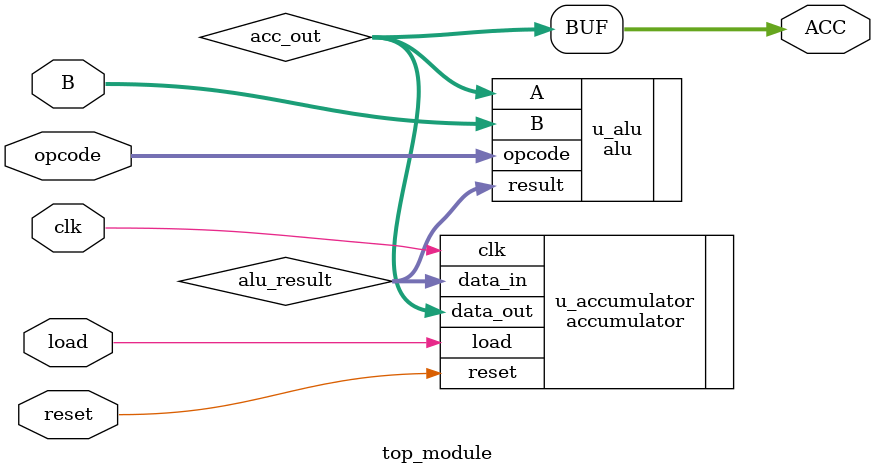
<source format=v>
`timescale 1ns / 1ps
module top_module (
    input clk,
    input reset,
    input load,
    input [7:0] B,        // External input operand
    input [2:0] opcode,   // ALU operation selector
    output [7:0] ACC      // Accumulator output
);

wire [7:0] alu_result;
wire [7:0] acc_out;

// ALU instance
alu u_alu (
    .A(acc_out),
    .B(B),
    .opcode(opcode),
    .result(alu_result)
);

// Accumulator instance
accumulator u_accumulator (
    .clk(clk),
    .reset(reset),
    .load(load),
    .data_in(alu_result),
    .data_out(acc_out)
);

assign ACC = acc_out;

endmodule


</source>
